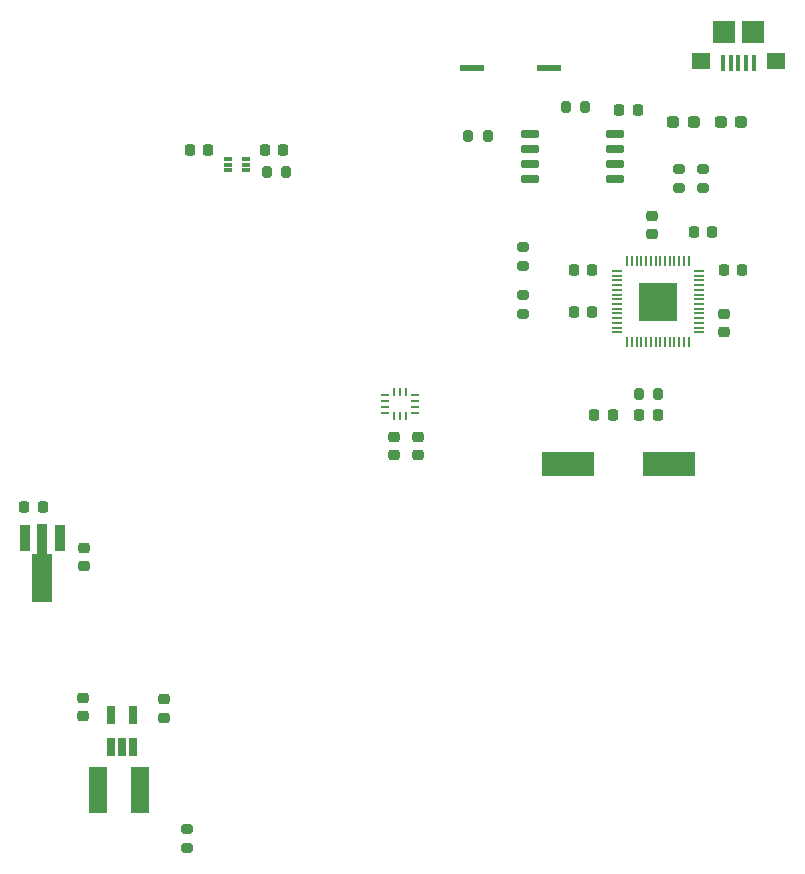
<source format=gtp>
G04 #@! TF.GenerationSoftware,KiCad,Pcbnew,(6.0.5)*
G04 #@! TF.CreationDate,2023-09-12T21:56:23-04:00*
G04 #@! TF.ProjectId,control_board,636f6e74-726f-46c5-9f62-6f6172642e6b,rev?*
G04 #@! TF.SameCoordinates,Original*
G04 #@! TF.FileFunction,Paste,Top*
G04 #@! TF.FilePolarity,Positive*
%FSLAX46Y46*%
G04 Gerber Fmt 4.6, Leading zero omitted, Abs format (unit mm)*
G04 Created by KiCad (PCBNEW (6.0.5)) date 2023-09-12 21:56:23*
%MOMM*%
%LPD*%
G01*
G04 APERTURE LIST*
G04 Aperture macros list*
%AMRoundRect*
0 Rectangle with rounded corners*
0 $1 Rounding radius*
0 $2 $3 $4 $5 $6 $7 $8 $9 X,Y pos of 4 corners*
0 Add a 4 corners polygon primitive as box body*
4,1,4,$2,$3,$4,$5,$6,$7,$8,$9,$2,$3,0*
0 Add four circle primitives for the rounded corners*
1,1,$1+$1,$2,$3*
1,1,$1+$1,$4,$5*
1,1,$1+$1,$6,$7*
1,1,$1+$1,$8,$9*
0 Add four rect primitives between the rounded corners*
20,1,$1+$1,$2,$3,$4,$5,0*
20,1,$1+$1,$4,$5,$6,$7,0*
20,1,$1+$1,$6,$7,$8,$9,0*
20,1,$1+$1,$8,$9,$2,$3,0*%
%AMFreePoly0*
4,1,9,5.362500,-0.866500,1.237500,-0.866500,1.237500,-0.450000,-1.237500,-0.450000,-1.237500,0.450000,1.237500,0.450000,1.237500,0.866500,5.362500,0.866500,5.362500,-0.866500,5.362500,-0.866500,$1*%
G04 Aperture macros list end*
%ADD10R,0.400000X1.350000*%
%ADD11R,1.900000X1.900000*%
%ADD12R,1.600000X1.400000*%
%ADD13RoundRect,0.225000X-0.225000X-0.250000X0.225000X-0.250000X0.225000X0.250000X-0.225000X0.250000X0*%
%ADD14RoundRect,0.200000X-0.200000X-0.275000X0.200000X-0.275000X0.200000X0.275000X-0.200000X0.275000X0*%
%ADD15R,0.650000X1.560000*%
%ADD16R,0.900000X2.300000*%
%ADD17FreePoly0,270.000000*%
%ADD18RoundRect,0.225000X0.250000X-0.225000X0.250000X0.225000X-0.250000X0.225000X-0.250000X-0.225000X0*%
%ADD19RoundRect,0.225000X-0.250000X0.225000X-0.250000X-0.225000X0.250000X-0.225000X0.250000X0.225000X0*%
%ADD20RoundRect,0.150000X-0.650000X-0.150000X0.650000X-0.150000X0.650000X0.150000X-0.650000X0.150000X0*%
%ADD21RoundRect,0.200000X0.200000X0.275000X-0.200000X0.275000X-0.200000X-0.275000X0.200000X-0.275000X0*%
%ADD22RoundRect,0.200000X-0.275000X0.200000X-0.275000X-0.200000X0.275000X-0.200000X0.275000X0.200000X0*%
%ADD23RoundRect,0.237500X0.287500X0.237500X-0.287500X0.237500X-0.287500X-0.237500X0.287500X-0.237500X0*%
%ADD24R,0.675000X0.250000*%
%ADD25R,0.250000X0.675000*%
%ADD26R,4.500000X2.000000*%
%ADD27RoundRect,0.225000X0.225000X0.250000X-0.225000X0.250000X-0.225000X-0.250000X0.225000X-0.250000X0*%
%ADD28O,0.875000X0.200000*%
%ADD29O,0.200000X0.875000*%
%ADD30R,3.200000X3.200000*%
%ADD31RoundRect,0.200000X0.275000X-0.200000X0.275000X0.200000X-0.275000X0.200000X-0.275000X-0.200000X0*%
%ADD32RoundRect,0.237500X-0.287500X-0.237500X0.287500X-0.237500X0.287500X0.237500X-0.287500X0.237500X0*%
%ADD33R,1.500000X4.000000*%
%ADD34R,0.700000X0.340000*%
%ADD35R,2.108200X0.558800*%
G04 APERTURE END LIST*
D10*
X168918250Y-54999000D03*
X168268250Y-54999000D03*
X167618250Y-54999000D03*
X166968250Y-54999000D03*
X166318250Y-54999000D03*
D11*
X166418250Y-52324000D03*
D12*
X164418250Y-54774000D03*
D11*
X168818250Y-52324000D03*
D12*
X170818250Y-54774000D03*
D13*
X155435000Y-84739000D03*
X156985000Y-84739000D03*
X157550500Y-58927500D03*
X159100500Y-58927500D03*
X107175000Y-92562500D03*
X108725000Y-92562500D03*
X166373000Y-72513500D03*
X167923000Y-72513500D03*
D14*
X127706450Y-64206000D03*
X129356450Y-64206000D03*
D15*
X114493000Y-112856000D03*
X115443000Y-112856000D03*
X116393000Y-112856000D03*
X116393000Y-110156000D03*
X114493000Y-110156000D03*
D16*
X110200000Y-95162500D03*
D17*
X108700000Y-95250000D03*
D16*
X107200000Y-95162500D03*
D18*
X118999000Y-110402500D03*
X118999000Y-108852500D03*
D19*
X166394000Y-76182500D03*
X166394000Y-77732500D03*
D20*
X149975500Y-61022500D03*
X149975500Y-62292500D03*
X149975500Y-63562500D03*
X149975500Y-64832500D03*
X157175500Y-64832500D03*
X157175500Y-63562500D03*
X157175500Y-62292500D03*
X157175500Y-61022500D03*
D21*
X146400500Y-61177500D03*
X144750500Y-61177500D03*
D18*
X140462000Y-88151000D03*
X140462000Y-86601000D03*
D22*
X120904000Y-119825000D03*
X120904000Y-121475000D03*
D18*
X160298000Y-69476500D03*
X160298000Y-67926500D03*
D23*
X163875000Y-60000000D03*
X162125000Y-60000000D03*
D24*
X137675500Y-83070000D03*
X137675500Y-83570000D03*
X137675500Y-84070000D03*
X137675500Y-84570000D03*
D25*
X138438000Y-84832500D03*
X138938000Y-84832500D03*
X139438000Y-84832500D03*
D24*
X140200500Y-84570000D03*
X140200500Y-84070000D03*
X140200500Y-83570000D03*
X140200500Y-83070000D03*
D25*
X139438000Y-82807500D03*
X138938000Y-82807500D03*
X138438000Y-82807500D03*
D26*
X161730000Y-88900000D03*
X153230000Y-88900000D03*
D14*
X153000500Y-58677500D03*
X154650500Y-58677500D03*
D27*
X155239000Y-76067500D03*
X153689000Y-76067500D03*
D28*
X157368500Y-72579500D03*
X157368500Y-72979500D03*
X157368500Y-73379500D03*
X157368500Y-73779500D03*
X157368500Y-74179500D03*
X157368500Y-74579500D03*
X157368500Y-74979500D03*
X157368500Y-75379500D03*
X157368500Y-75779500D03*
X157368500Y-76179500D03*
X157368500Y-76579500D03*
X157368500Y-76979500D03*
X157368500Y-77379500D03*
X157368500Y-77779500D03*
D29*
X158206000Y-78617000D03*
X158606000Y-78617000D03*
X159006000Y-78617000D03*
X159406000Y-78617000D03*
X159806000Y-78617000D03*
X160206000Y-78617000D03*
X160606000Y-78617000D03*
X161006000Y-78617000D03*
X161406000Y-78617000D03*
X161806000Y-78617000D03*
X162206000Y-78617000D03*
X162606000Y-78617000D03*
X163006000Y-78617000D03*
X163406000Y-78617000D03*
D28*
X164243500Y-77779500D03*
X164243500Y-77379500D03*
X164243500Y-76979500D03*
X164243500Y-76579500D03*
X164243500Y-76179500D03*
X164243500Y-75779500D03*
X164243500Y-75379500D03*
X164243500Y-74979500D03*
X164243500Y-74579500D03*
X164243500Y-74179500D03*
X164243500Y-73779500D03*
X164243500Y-73379500D03*
X164243500Y-72979500D03*
X164243500Y-72579500D03*
D29*
X163406000Y-71742000D03*
X163006000Y-71742000D03*
X162606000Y-71742000D03*
X162206000Y-71742000D03*
X161806000Y-71742000D03*
X161406000Y-71742000D03*
X161006000Y-71742000D03*
X160606000Y-71742000D03*
X160206000Y-71742000D03*
X159806000Y-71742000D03*
X159406000Y-71742000D03*
X159006000Y-71742000D03*
X158606000Y-71742000D03*
X158206000Y-71742000D03*
D30*
X160806000Y-75179500D03*
D31*
X149376000Y-72194500D03*
X149376000Y-70544500D03*
D14*
X159195000Y-82961000D03*
X160845000Y-82961000D03*
D32*
X166125000Y-60000000D03*
X167875000Y-60000000D03*
D18*
X112200000Y-97587500D03*
X112200000Y-96037500D03*
D13*
X121203250Y-62301000D03*
X122753250Y-62301000D03*
D31*
X162584000Y-65595000D03*
X162584000Y-63945000D03*
D13*
X159245000Y-84739000D03*
X160795000Y-84739000D03*
D22*
X149376000Y-74592500D03*
X149376000Y-76242500D03*
D19*
X138430000Y-86601000D03*
X138430000Y-88151000D03*
D13*
X127553250Y-62301000D03*
X129103250Y-62301000D03*
D27*
X155231000Y-72511500D03*
X153681000Y-72511500D03*
D18*
X112141000Y-110249000D03*
X112141000Y-108699000D03*
D33*
X116963600Y-116484400D03*
X113363600Y-116484400D03*
D31*
X164616000Y-65595000D03*
X164616000Y-63945000D03*
D34*
X124403250Y-63071000D03*
X124403250Y-63571000D03*
X124403250Y-64071000D03*
X125903250Y-64071000D03*
X125903250Y-63571000D03*
X125903250Y-63071000D03*
D13*
X163841000Y-69310000D03*
X165391000Y-69310000D03*
D35*
X151626200Y-55427500D03*
X145024800Y-55427500D03*
M02*

</source>
